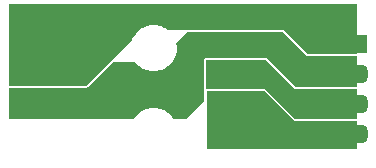
<source format=gbr>
%TF.GenerationSoftware,Altium Limited,Altium Designer,21.2.2 (38)*%
G04 Layer_Physical_Order=2*
G04 Layer_Color=16711680*
%FSLAX45Y45*%
%MOMM*%
%TF.SameCoordinates,57803E14-CA50-49E2-8720-A713D117BFB4*%
%TF.FilePolarity,Positive*%
%TF.FileFunction,Copper,L2,Bot,Signal*%
%TF.Part,Single*%
G01*
G75*
%TA.AperFunction,ComponentPad*%
G04:AMPARAMS|DCode=10|XSize=1.5mm|YSize=5mm|CornerRadius=0.375mm|HoleSize=0mm|Usage=FLASHONLY|Rotation=270.000|XOffset=0mm|YOffset=0mm|HoleType=Round|Shape=RoundedRectangle|*
%AMROUNDEDRECTD10*
21,1,1.50000,4.25000,0,0,270.0*
21,1,0.75000,5.00000,0,0,270.0*
1,1,0.75000,-2.12500,-0.37500*
1,1,0.75000,-2.12500,0.37500*
1,1,0.75000,2.12500,0.37500*
1,1,0.75000,2.12500,-0.37500*
%
%ADD10ROUNDEDRECTD10*%
%ADD11R,5.00000X1.50000*%
%ADD12C,1.50000*%
%ADD13R,1.50000X1.50000*%
G36*
X2974512Y1050000D02*
X2550000D01*
X2350000Y1250000D01*
X1376464D01*
X1376392Y1250071D01*
X1374305Y1251466D01*
X1372530Y1253242D01*
X1344686Y1271846D01*
X1342367Y1272807D01*
X1340280Y1274201D01*
X1309342Y1287016D01*
X1306879Y1287506D01*
X1304560Y1288467D01*
X1271716Y1295000D01*
X1269205D01*
X1266743Y1295490D01*
X1233256D01*
X1230795Y1295000D01*
X1228283D01*
X1195440Y1288467D01*
X1193121Y1287506D01*
X1190659Y1287016D01*
X1159720Y1274201D01*
X1157632Y1272806D01*
X1155313Y1271846D01*
X1127470Y1253242D01*
X1125695Y1251466D01*
X1123607Y1250072D01*
X1099928Y1226393D01*
X1098533Y1224305D01*
X1096758Y1222530D01*
X1078154Y1194686D01*
X1077193Y1192367D01*
X1075799Y1190280D01*
X1065559Y1165559D01*
X680000Y780000D01*
X25488D01*
Y1474512D01*
X2974512D01*
Y1050000D01*
D02*
G37*
G36*
X2538519Y1038519D02*
X2550000Y1033764D01*
X2974512D01*
Y767898D01*
X2452485D01*
X2207240Y1013143D01*
X2195760Y1017898D01*
X1695760D01*
X1684279Y1013143D01*
X1679524Y1001662D01*
Y751662D01*
X1680000Y750512D01*
Y650000D01*
X1530000Y500000D01*
X1418295D01*
X1403242Y522530D01*
X1401466Y524305D01*
X1400072Y526392D01*
X1376392Y550071D01*
X1374305Y551466D01*
X1372530Y553241D01*
X1344686Y571846D01*
X1342367Y572807D01*
X1340280Y574201D01*
X1309342Y587016D01*
X1306879Y587506D01*
X1304560Y588467D01*
X1271716Y595000D01*
X1269205D01*
X1266743Y595490D01*
X1233256D01*
X1230795Y595000D01*
X1228283D01*
X1195440Y588467D01*
X1193121Y587506D01*
X1190659Y587016D01*
X1159720Y574201D01*
X1157632Y572806D01*
X1155313Y571845D01*
X1127470Y553241D01*
X1125695Y551466D01*
X1123607Y550072D01*
X1099928Y526392D01*
X1098533Y524305D01*
X1096758Y522530D01*
X1081704Y500000D01*
X25488D01*
Y763764D01*
X680000D01*
X691480Y768519D01*
X902961Y980000D01*
X1095068D01*
X1096758Y977470D01*
X1098533Y975695D01*
X1099928Y973607D01*
X1123607Y949929D01*
X1125695Y948534D01*
X1127470Y946758D01*
X1155313Y928154D01*
X1157633Y927193D01*
X1159720Y925799D01*
X1190658Y912984D01*
X1193121Y912494D01*
X1195440Y911533D01*
X1228284Y905000D01*
X1230795D01*
X1233256Y904511D01*
X1266743D01*
X1269206Y905000D01*
X1271716D01*
X1304560Y911533D01*
X1306880Y912494D01*
X1309341Y912984D01*
X1340280Y925799D01*
X1342368Y927194D01*
X1344686Y928154D01*
X1372530Y946758D01*
X1374305Y948534D01*
X1376392Y949928D01*
X1400071Y973607D01*
X1401466Y975695D01*
X1403242Y977470D01*
X1421846Y1005313D01*
X1422807Y1007633D01*
X1424201Y1009720D01*
X1437016Y1040658D01*
X1437506Y1043121D01*
X1438467Y1045440D01*
X1445000Y1078284D01*
Y1080795D01*
X1445490Y1083256D01*
Y1100000D01*
Y1116744D01*
X1445000Y1119205D01*
Y1121717D01*
X1441137Y1141137D01*
X1533764Y1233764D01*
X2343275D01*
X2538519Y1038519D01*
D02*
G37*
G36*
X2445760Y751662D02*
X2974512D01*
Y501662D01*
X2445760D01*
X2195760Y751662D01*
X1695760D01*
Y1001662D01*
X2195760D01*
X2445760Y751662D01*
D02*
G37*
G36*
X2434279Y490181D02*
X2445760Y485426D01*
X2974512D01*
Y242024D01*
X1699110D01*
Y735426D01*
X2189034D01*
X2434279Y490181D01*
D02*
G37*
D10*
X2810000Y372000D02*
D03*
Y626000D02*
D03*
Y880000D02*
D03*
D11*
Y1134000D02*
D03*
D12*
X246000Y646000D02*
D03*
Y900000D02*
D03*
X500000Y646000D02*
D03*
X1846000D02*
D03*
Y900000D02*
D03*
X2100000Y646000D02*
D03*
D13*
X500000Y900000D02*
D03*
X2100000D02*
D03*
%TF.MD5,0df384dcdd41cac6a35a9ec98bf04353*%
M02*

</source>
